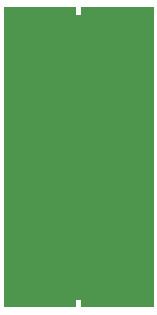
<source format=gbl>
G04*
G04*
G04 Layer_Color=16711680*
%FSLAX25Y25*%
%MOIN*%
%SFA3.937B3.937*%
G70*
G04*
G04*
G04*
G04 #@! TF.FilePolarity,Positive*
G04*
G01*
G75*
%ADD13C,0.08268*%
%ADD14C,0.00787*%

G36*
X0Y0D1*
X24200Y0D1*
X24200Y2400D1*
X25800Y2400D1*
X25800Y0D1*
X50000Y0D1*
X50000Y100000D1*
X25800Y100000D1*
X25800Y97600D1*
X24200Y97600D1*
X24200Y100000D1*
X0Y100000D1*
X0Y0D1*
G37*
M02*
</source>
